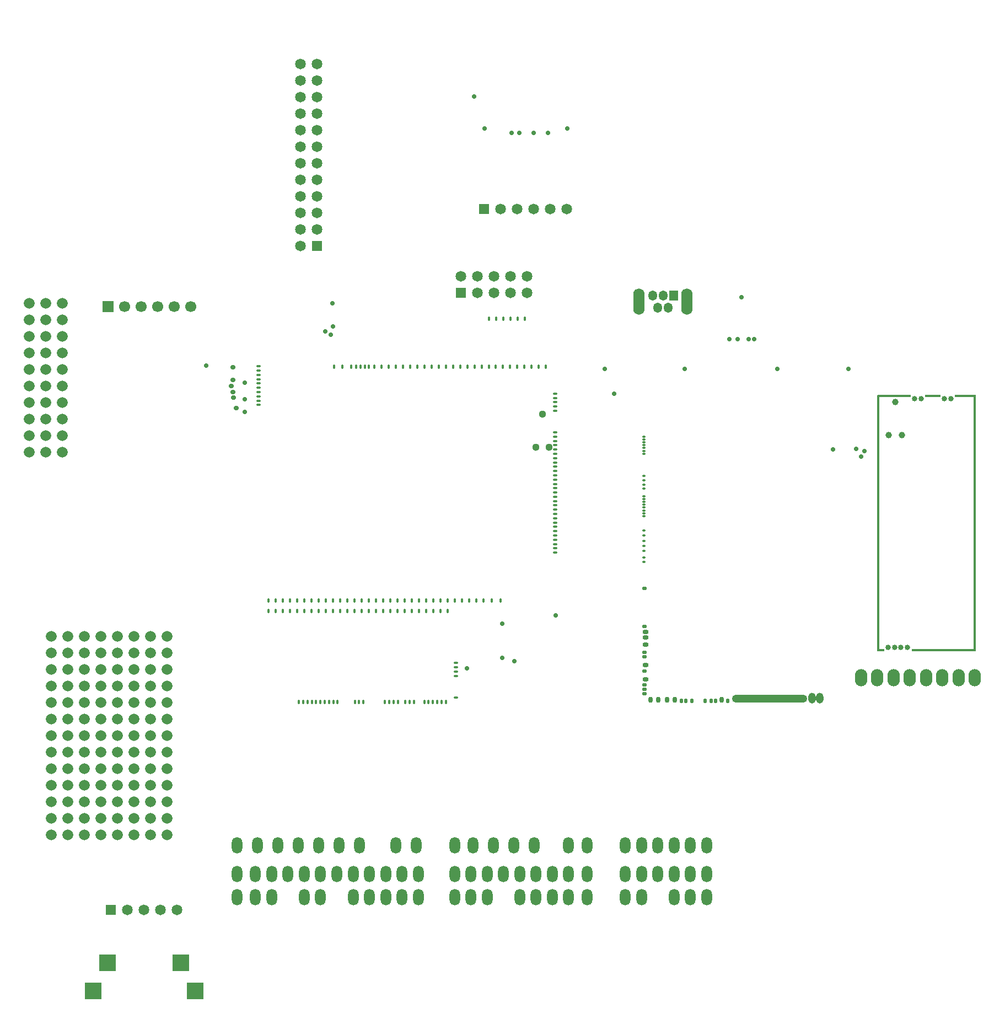
<source format=gbs>
G75*
G70*
%OFA0B0*%
%FSLAX25Y25*%
%IPPOS*%
%LPD*%
%AMOC8*
5,1,8,0,0,1.08239X$1,22.5*
%
%AMM100*
21,1,0.015350,0.009840,0.000000,0.000000,270.000000*
21,1,0.000000,0.025200,0.000000,0.000000,270.000000*
1,1,0.015350,-0.004920,0.000000*
1,1,0.015350,-0.004920,0.000000*
1,1,0.015350,0.004920,0.000000*
1,1,0.015350,0.004920,0.000000*
%
%AMM150*
21,1,0.015350,0.009840,0.000000,0.000000,180.000000*
21,1,0.000000,0.025200,0.000000,0.000000,180.000000*
1,1,0.015350,0.000000,0.004920*
1,1,0.015350,0.000000,0.004920*
1,1,0.015350,0.000000,-0.004920*
1,1,0.015350,0.000000,-0.004920*
%
%AMM69*
21,1,0.015350,0.009840,0.000000,0.000000,90.000000*
21,1,0.000000,0.025200,0.000000,0.000000,90.000000*
1,1,0.015350,0.004920,0.000000*
1,1,0.015350,0.004920,0.000000*
1,1,0.015350,-0.004920,0.000000*
1,1,0.015350,-0.004920,0.000000*
%
%AMM70*
21,1,0.015350,0.009840,0.000000,0.000000,0.000000*
21,1,0.000000,0.025200,0.000000,0.000000,0.000000*
1,1,0.015350,0.000000,-0.004920*
1,1,0.015350,0.000000,-0.004920*
1,1,0.015350,0.000000,0.004920*
1,1,0.015350,0.000000,0.004920*
%
%ADD100C,0.02913*%
%ADD119C,0.04451*%
%ADD139R,0.12756X0.01535*%
%ADD145M70*%
%ADD152R,0.10394X0.10394*%
%ADD160O,0.02913X0.02126*%
%ADD163R,0.04291X0.01535*%
%ADD167R,0.06457X0.06457*%
%ADD173O,0.03701X0.02913*%
%ADD181O,0.06850X0.15906*%
%ADD201O,0.05276X0.06063*%
%ADD208O,0.04488X0.06457*%
%ADD213C,0.00551*%
%ADD222O,0.45433X0.04882*%
%ADD246C,0.03900*%
%ADD247R,0.05276X0.06063*%
%ADD25M100*%
%ADD256R,0.20433X0.01535*%
%ADD281O,0.06457X0.10000*%
%ADD309O,0.07441X0.10394*%
%ADD315O,0.02913X0.03701*%
%ADD329O,0.02126X0.01339*%
%ADD342R,0.09409X0.01535*%
%ADD39M150*%
%ADD45M69*%
%ADD47C,0.06693*%
%ADD56R,0.06693X0.06693*%
%ADD62R,0.01535X1.55079*%
%ADD79C,0.06551*%
%ADD82O,0.02126X0.02913*%
%ADD86C,0.06457*%
%ADD92R,0.38937X0.01535*%
%ADD98C,0.03307*%
X0000000Y0000000D02*
G01*
G75*
D163*
X0531988Y0227756D02*
D03*
D62*
X0588681Y0304528D02*
D03*
X0530610Y0304528D02*
D03*
D342*
X0563484Y0381299D02*
D03*
D139*
X0583071Y0381299D02*
D03*
D256*
X0540059Y0381299D02*
D03*
D208*
X0495282Y0198873D02*
D03*
X0490337Y0198873D02*
D03*
D173*
X0389652Y0238834D02*
D03*
X0389652Y0235389D02*
D03*
X0389652Y0231156D02*
D03*
X0389652Y0218853D02*
D03*
X0389652Y0209896D02*
D03*
D100*
X0520079Y0344587D02*
D03*
X0522146Y0348031D02*
D03*
X0517126Y0349213D02*
D03*
X0503150Y0348917D02*
D03*
X0303219Y0223002D02*
D03*
X0335531Y0248819D02*
D03*
X0310630Y0221063D02*
D03*
X0281693Y0216634D02*
D03*
X0303150Y0243602D02*
D03*
X0286122Y0562225D02*
D03*
X0313583Y0540276D02*
D03*
X0330906Y0540276D02*
D03*
X0322146Y0540276D02*
D03*
X0292323Y0542914D02*
D03*
X0308957Y0540276D02*
D03*
X0342339Y0542949D02*
D03*
X0200374Y0437323D02*
D03*
X0200669Y0423347D02*
D03*
X0199488Y0418327D02*
D03*
X0196043Y0420394D02*
D03*
X0447756Y0441043D02*
D03*
X0445571Y0415748D02*
D03*
X0440551Y0415748D02*
D03*
X0455610Y0415748D02*
D03*
X0452067Y0415748D02*
D03*
X0365302Y0397638D02*
D03*
X0413583Y0397638D02*
D03*
X0370768Y0382677D02*
D03*
X0512402Y0397638D02*
D03*
X0469488Y0397638D02*
D03*
X0140413Y0391142D02*
D03*
X0147638Y0389468D02*
D03*
X0139567Y0387303D02*
D03*
X0140413Y0383858D02*
D03*
X0147638Y0379232D02*
D03*
X0140709Y0380512D02*
D03*
X0142480Y0374114D02*
D03*
X0147638Y0371555D02*
D03*
X0140354Y0398622D02*
D03*
X0124311Y0399803D02*
D03*
D79*
X0017224Y0437500D02*
D03*
X0037224Y0437500D02*
D03*
X0027224Y0437500D02*
D03*
X0027224Y0427500D02*
D03*
X0037224Y0427500D02*
D03*
X0017224Y0427500D02*
D03*
X0037224Y0417500D02*
D03*
X0027224Y0417500D02*
D03*
X0017224Y0417500D02*
D03*
X0017224Y0397500D02*
D03*
X0027224Y0397500D02*
D03*
X0037224Y0397500D02*
D03*
X0017224Y0407500D02*
D03*
X0037224Y0407500D02*
D03*
X0027224Y0407500D02*
D03*
X0017224Y0377500D02*
D03*
X0027224Y0377500D02*
D03*
X0037224Y0377500D02*
D03*
X0017224Y0387500D02*
D03*
X0037224Y0387500D02*
D03*
X0027224Y0387500D02*
D03*
X0017224Y0357500D02*
D03*
X0027224Y0357500D02*
D03*
X0037224Y0357500D02*
D03*
X0017224Y0367500D02*
D03*
X0037224Y0367500D02*
D03*
X0027224Y0367500D02*
D03*
X0017224Y0347500D02*
D03*
X0037224Y0347500D02*
D03*
X0027224Y0347500D02*
D03*
X0040315Y0125945D02*
D03*
X0050315Y0125945D02*
D03*
X0060315Y0125945D02*
D03*
X0070315Y0125945D02*
D03*
X0030315Y0125945D02*
D03*
X0070315Y0115945D02*
D03*
X0060315Y0115945D02*
D03*
X0050315Y0115945D02*
D03*
X0040315Y0115945D02*
D03*
X0030315Y0115945D02*
D03*
X0080315Y0115945D02*
D03*
X0090315Y0115945D02*
D03*
X0100315Y0115945D02*
D03*
X0100315Y0125945D02*
D03*
X0090315Y0125945D02*
D03*
X0080315Y0125945D02*
D03*
X0040315Y0145945D02*
D03*
X0050315Y0145945D02*
D03*
X0060315Y0145945D02*
D03*
X0070315Y0145945D02*
D03*
X0030315Y0145945D02*
D03*
X0070315Y0135945D02*
D03*
X0060315Y0135945D02*
D03*
X0050315Y0135945D02*
D03*
X0040315Y0135945D02*
D03*
X0030315Y0135945D02*
D03*
X0080315Y0135945D02*
D03*
X0090315Y0135945D02*
D03*
X0100315Y0135945D02*
D03*
X0100315Y0145945D02*
D03*
X0090315Y0145945D02*
D03*
X0080315Y0145945D02*
D03*
X0040315Y0165945D02*
D03*
X0050315Y0165945D02*
D03*
X0060315Y0165945D02*
D03*
X0070315Y0165945D02*
D03*
X0030315Y0165945D02*
D03*
X0070315Y0155945D02*
D03*
X0060315Y0155945D02*
D03*
X0050315Y0155945D02*
D03*
X0040315Y0155945D02*
D03*
X0030315Y0155945D02*
D03*
X0080315Y0155945D02*
D03*
X0090315Y0155945D02*
D03*
X0100315Y0155945D02*
D03*
X0100315Y0165945D02*
D03*
X0090315Y0165945D02*
D03*
X0080315Y0165945D02*
D03*
X0040315Y0185945D02*
D03*
X0050315Y0185945D02*
D03*
X0060315Y0185945D02*
D03*
X0070315Y0185945D02*
D03*
X0030315Y0185945D02*
D03*
X0070315Y0175945D02*
D03*
X0060315Y0175945D02*
D03*
X0050315Y0175945D02*
D03*
X0040315Y0175945D02*
D03*
X0030315Y0175945D02*
D03*
X0080315Y0175945D02*
D03*
X0090315Y0175945D02*
D03*
X0100315Y0175945D02*
D03*
X0100315Y0185945D02*
D03*
X0090315Y0185945D02*
D03*
X0080315Y0185945D02*
D03*
X0040315Y0205945D02*
D03*
X0050315Y0205945D02*
D03*
X0060315Y0205945D02*
D03*
X0070315Y0205945D02*
D03*
X0030315Y0205945D02*
D03*
X0070315Y0195945D02*
D03*
X0060315Y0195945D02*
D03*
X0050315Y0195945D02*
D03*
X0040315Y0195945D02*
D03*
X0030315Y0195945D02*
D03*
X0080315Y0195945D02*
D03*
X0090315Y0195945D02*
D03*
X0100315Y0195945D02*
D03*
X0100315Y0205945D02*
D03*
X0090315Y0205945D02*
D03*
X0080315Y0205945D02*
D03*
X0100315Y0235945D02*
D03*
X0090315Y0235945D02*
D03*
X0080315Y0235945D02*
D03*
X0080315Y0225945D02*
D03*
X0090315Y0225945D02*
D03*
X0100315Y0225945D02*
D03*
X0100315Y0215945D02*
D03*
X0090315Y0215945D02*
D03*
X0080315Y0215945D02*
D03*
X0030315Y0215945D02*
D03*
X0040315Y0215945D02*
D03*
X0050315Y0215945D02*
D03*
X0060315Y0215945D02*
D03*
X0070315Y0215945D02*
D03*
X0030315Y0225945D02*
D03*
X0070315Y0225945D02*
D03*
X0060315Y0225945D02*
D03*
X0050315Y0225945D02*
D03*
X0040315Y0225945D02*
D03*
X0040315Y0235945D02*
D03*
X0050315Y0235945D02*
D03*
X0060315Y0235945D02*
D03*
X0070315Y0235945D02*
D03*
X0030315Y0235945D02*
D03*
D181*
X0385881Y0438385D02*
D03*
X0414818Y0438385D02*
D03*
D201*
X0397200Y0434645D02*
D03*
X0403499Y0434645D02*
D03*
X0394050Y0442125D02*
D03*
X0400350Y0442125D02*
D03*
D247*
X0406649Y0442125D02*
D03*
D152*
X0108858Y0038878D02*
D03*
X0064370Y0038878D02*
D03*
X0117323Y0021654D02*
D03*
X0055905Y0021654D02*
D03*
D86*
X0106614Y0070866D02*
D03*
X0096614Y0070866D02*
D03*
X0086614Y0070866D02*
D03*
X0076614Y0070866D02*
D03*
X0342126Y0494488D02*
D03*
X0332126Y0494488D02*
D03*
X0322126Y0494488D02*
D03*
X0312126Y0494488D02*
D03*
X0302126Y0494488D02*
D03*
X0181142Y0582047D02*
D03*
X0191142Y0582047D02*
D03*
X0181142Y0572047D02*
D03*
X0191142Y0572047D02*
D03*
X0181142Y0562047D02*
D03*
X0191142Y0562047D02*
D03*
X0181142Y0552047D02*
D03*
X0191142Y0552047D02*
D03*
X0181142Y0542047D02*
D03*
X0191142Y0542047D02*
D03*
X0181142Y0532047D02*
D03*
X0191142Y0532047D02*
D03*
X0181142Y0522047D02*
D03*
X0191142Y0522047D02*
D03*
X0181142Y0512047D02*
D03*
X0191142Y0512047D02*
D03*
X0181142Y0502047D02*
D03*
X0191142Y0502047D02*
D03*
X0181142Y0492047D02*
D03*
X0191142Y0492047D02*
D03*
X0181142Y0482047D02*
D03*
X0191142Y0482047D02*
D03*
X0181142Y0472047D02*
D03*
D167*
X0066614Y0070866D02*
D03*
X0292126Y0494488D02*
D03*
D309*
X0529823Y0211122D02*
D03*
X0569193Y0211122D02*
D03*
X0588878Y0211122D02*
D03*
X0579035Y0211122D02*
D03*
X0559350Y0211122D02*
D03*
X0549508Y0211122D02*
D03*
X0539665Y0211122D02*
D03*
X0519980Y0211122D02*
D03*
D98*
X0552559Y0379823D02*
D03*
X0556496Y0379823D02*
D03*
X0570472Y0379823D02*
D03*
X0574409Y0379823D02*
D03*
X0548228Y0229232D02*
D03*
X0544291Y0229232D02*
D03*
X0540354Y0229232D02*
D03*
X0536417Y0229232D02*
D03*
D213*
X0460630Y0027559D02*
D03*
X0086614Y0027559D02*
D03*
X0173622Y0056890D02*
D03*
X0397244Y0056890D02*
D03*
X0135256Y0484803D02*
D03*
X0044272Y0484803D02*
D03*
X0019879Y0279921D02*
D03*
X0586614Y0020079D02*
D03*
X0586614Y0605905D02*
D03*
X0019685Y0605905D02*
D03*
X0019685Y0020079D02*
D03*
D281*
X0142913Y0092520D02*
D03*
X0142913Y0078347D02*
D03*
X0153937Y0092520D02*
D03*
X0153937Y0078347D02*
D03*
X0163779Y0092520D02*
D03*
X0163779Y0078347D02*
D03*
X0173622Y0092520D02*
D03*
X0183465Y0092520D02*
D03*
X0183465Y0078347D02*
D03*
X0193307Y0092520D02*
D03*
X0193307Y0078347D02*
D03*
X0203150Y0092520D02*
D03*
X0212992Y0078347D02*
D03*
X0212992Y0092520D02*
D03*
X0222835Y0078347D02*
D03*
X0222835Y0092520D02*
D03*
X0232677Y0078347D02*
D03*
X0232677Y0092520D02*
D03*
X0242520Y0078347D02*
D03*
X0242520Y0092520D02*
D03*
X0238858Y0109843D02*
D03*
X0252362Y0078347D02*
D03*
X0252362Y0092520D02*
D03*
X0251181Y0109843D02*
D03*
X0274409Y0078347D02*
D03*
X0274409Y0092520D02*
D03*
X0274409Y0109843D02*
D03*
X0284252Y0078347D02*
D03*
X0284252Y0092520D02*
D03*
X0285433Y0109843D02*
D03*
X0294094Y0078347D02*
D03*
X0294094Y0092520D02*
D03*
X0303937Y0092520D02*
D03*
X0297756Y0109843D02*
D03*
X0313779Y0078347D02*
D03*
X0313779Y0092520D02*
D03*
X0310079Y0109843D02*
D03*
X0323622Y0078347D02*
D03*
X0323622Y0092520D02*
D03*
X0322402Y0109843D02*
D03*
X0333465Y0078347D02*
D03*
X0333465Y0092520D02*
D03*
X0343307Y0078347D02*
D03*
X0343307Y0092520D02*
D03*
X0343307Y0109843D02*
D03*
X0354331Y0078347D02*
D03*
X0354331Y0092520D02*
D03*
X0354331Y0109843D02*
D03*
X0377559Y0078347D02*
D03*
X0377559Y0092520D02*
D03*
X0377559Y0109843D02*
D03*
X0387402Y0078347D02*
D03*
X0387402Y0092520D02*
D03*
X0387402Y0109843D02*
D03*
X0397244Y0092520D02*
D03*
X0407087Y0078347D02*
D03*
X0407087Y0092520D02*
D03*
X0407087Y0109843D02*
D03*
X0416929Y0078347D02*
D03*
X0416929Y0092520D02*
D03*
X0426772Y0078347D02*
D03*
X0426772Y0092520D02*
D03*
X0416929Y0109843D02*
D03*
X0426772Y0109843D02*
D03*
X0216850Y0109843D02*
D03*
X0204528Y0109843D02*
D03*
X0192205Y0109843D02*
D03*
X0179882Y0109843D02*
D03*
X0167559Y0109843D02*
D03*
X0155236Y0109843D02*
D03*
X0142913Y0109843D02*
D03*
X0397244Y0109843D02*
D03*
D47*
X0114764Y0435433D02*
D03*
X0104764Y0435433D02*
D03*
X0094764Y0435433D02*
D03*
X0084764Y0435433D02*
D03*
X0074764Y0435433D02*
D03*
D56*
X0064764Y0435433D02*
D03*
D167*
X0191142Y0472047D02*
D03*
D92*
X0569980Y0227756D02*
D03*
D45*
X0275000Y0199127D02*
D03*
X0275000Y0219914D02*
D03*
X0275000Y0217316D02*
D03*
X0275000Y0214717D02*
D03*
X0275000Y0212119D02*
D03*
X0155807Y0396693D02*
D03*
X0155807Y0399291D02*
D03*
X0155807Y0375905D02*
D03*
X0155807Y0378504D02*
D03*
X0155807Y0381102D02*
D03*
X0155807Y0383701D02*
D03*
X0155807Y0386299D02*
D03*
X0155807Y0388898D02*
D03*
X0155807Y0391496D02*
D03*
X0155807Y0394094D02*
D03*
X0335047Y0307421D02*
D03*
X0335047Y0310020D02*
D03*
X0335047Y0312618D02*
D03*
X0335047Y0315216D02*
D03*
X0335047Y0317815D02*
D03*
X0335047Y0320413D02*
D03*
X0335047Y0323012D02*
D03*
X0335047Y0325610D02*
D03*
X0335047Y0328209D02*
D03*
X0335047Y0330807D02*
D03*
X0335047Y0333405D02*
D03*
X0335047Y0336004D02*
D03*
X0335047Y0338602D02*
D03*
X0335047Y0341201D02*
D03*
X0335047Y0343799D02*
D03*
X0335047Y0346398D02*
D03*
X0335047Y0348996D02*
D03*
X0335047Y0351594D02*
D03*
X0335047Y0354193D02*
D03*
X0335047Y0356791D02*
D03*
X0335047Y0359390D02*
D03*
X0335047Y0372382D02*
D03*
X0335047Y0382776D02*
D03*
X0335047Y0380177D02*
D03*
X0335047Y0377579D02*
D03*
X0335047Y0374980D02*
D03*
X0335047Y0286634D02*
D03*
X0335047Y0289232D02*
D03*
X0335047Y0291831D02*
D03*
X0335047Y0294429D02*
D03*
X0335047Y0297027D02*
D03*
X0335047Y0299626D02*
D03*
X0335047Y0302224D02*
D03*
X0335047Y0304823D02*
D03*
D145*
X0174724Y0251287D02*
D03*
X0170394Y0251287D02*
D03*
X0166063Y0251287D02*
D03*
X0161732Y0251287D02*
D03*
X0269012Y0196319D02*
D03*
X0266413Y0196319D02*
D03*
X0263815Y0196319D02*
D03*
X0261217Y0196319D02*
D03*
X0258618Y0196319D02*
D03*
X0256020Y0196319D02*
D03*
X0249717Y0196319D02*
D03*
X0247118Y0196319D02*
D03*
X0244520Y0196319D02*
D03*
X0240107Y0196319D02*
D03*
X0237508Y0196319D02*
D03*
X0234910Y0196319D02*
D03*
X0232311Y0196319D02*
D03*
X0219217Y0196319D02*
D03*
X0216618Y0196319D02*
D03*
X0214020Y0196319D02*
D03*
X0203602Y0196319D02*
D03*
X0201004Y0196319D02*
D03*
X0198406Y0196319D02*
D03*
X0195807Y0196319D02*
D03*
X0193209Y0196319D02*
D03*
X0190610Y0196319D02*
D03*
X0188012Y0196319D02*
D03*
X0185413Y0196319D02*
D03*
X0182815Y0196319D02*
D03*
X0180217Y0196319D02*
D03*
X0179055Y0251287D02*
D03*
X0183386Y0251287D02*
D03*
X0187716Y0251287D02*
D03*
X0192047Y0251287D02*
D03*
X0196378Y0251287D02*
D03*
X0200709Y0251287D02*
D03*
X0205039Y0251287D02*
D03*
X0209370Y0251287D02*
D03*
X0213701Y0251287D02*
D03*
X0218031Y0251287D02*
D03*
X0222362Y0251287D02*
D03*
X0226693Y0251287D02*
D03*
X0231024Y0251287D02*
D03*
X0235354Y0251287D02*
D03*
X0239685Y0251287D02*
D03*
X0244016Y0251287D02*
D03*
X0248346Y0251287D02*
D03*
X0252677Y0251287D02*
D03*
X0257008Y0251287D02*
D03*
X0261338Y0251287D02*
D03*
X0265669Y0251287D02*
D03*
X0270000Y0251287D02*
D03*
X0329626Y0399024D02*
D03*
X0161752Y0257571D02*
D03*
X0183406Y0257571D02*
D03*
X0187736Y0257571D02*
D03*
X0312303Y0399024D02*
D03*
X0307972Y0399024D02*
D03*
X0303642Y0399024D02*
D03*
X0299311Y0399024D02*
D03*
X0294980Y0399024D02*
D03*
X0290650Y0399024D02*
D03*
X0286319Y0399024D02*
D03*
X0281988Y0399024D02*
D03*
X0277657Y0399024D02*
D03*
X0273327Y0399024D02*
D03*
X0268996Y0399024D02*
D03*
X0264665Y0399024D02*
D03*
X0260335Y0399024D02*
D03*
X0256004Y0399024D02*
D03*
X0251673Y0399024D02*
D03*
X0247342Y0399024D02*
D03*
X0243012Y0399024D02*
D03*
X0238681Y0399024D02*
D03*
X0234350Y0399024D02*
D03*
X0230020Y0399024D02*
D03*
X0225689Y0399024D02*
D03*
X0222638Y0399024D02*
D03*
X0201398Y0399024D02*
D03*
X0206594Y0399024D02*
D03*
X0211791Y0399024D02*
D03*
X0217402Y0399024D02*
D03*
X0192067Y0257571D02*
D03*
X0196398Y0257571D02*
D03*
X0200729Y0257571D02*
D03*
X0205059Y0257571D02*
D03*
X0209390Y0257571D02*
D03*
X0213721Y0257571D02*
D03*
X0218051Y0257571D02*
D03*
X0222382Y0257571D02*
D03*
X0226713Y0257571D02*
D03*
X0231043Y0257571D02*
D03*
X0235374Y0257571D02*
D03*
X0239705Y0257571D02*
D03*
X0244036Y0257571D02*
D03*
X0248366Y0257571D02*
D03*
X0252697Y0257571D02*
D03*
X0257028Y0257571D02*
D03*
X0261358Y0257571D02*
D03*
X0265689Y0257571D02*
D03*
X0270020Y0257571D02*
D03*
X0274350Y0257571D02*
D03*
X0278681Y0257571D02*
D03*
X0283012Y0257571D02*
D03*
X0302067Y0257571D02*
D03*
X0296870Y0257571D02*
D03*
X0291673Y0257571D02*
D03*
X0287343Y0257571D02*
D03*
X0166083Y0257571D02*
D03*
X0170414Y0257571D02*
D03*
X0174744Y0257571D02*
D03*
X0179075Y0257571D02*
D03*
X0325295Y0399024D02*
D03*
X0320964Y0399024D02*
D03*
X0316634Y0399024D02*
D03*
X0214784Y0399024D02*
D03*
X0220020Y0399024D02*
D03*
X0295079Y0428051D02*
D03*
X0299409Y0428051D02*
D03*
X0303740Y0428051D02*
D03*
X0308071Y0428051D02*
D03*
X0312402Y0428051D02*
D03*
X0316732Y0428051D02*
D03*
D329*
X0388864Y0356845D02*
D03*
X0388864Y0355113D02*
D03*
X0388864Y0353381D02*
D03*
X0388864Y0351648D02*
D03*
X0388864Y0349916D02*
D03*
X0388864Y0348184D02*
D03*
X0388864Y0346452D02*
D03*
X0388864Y0333046D02*
D03*
X0388864Y0330448D02*
D03*
X0388864Y0327849D02*
D03*
X0388864Y0325251D02*
D03*
X0388864Y0320822D02*
D03*
X0388864Y0319089D02*
D03*
X0388864Y0317357D02*
D03*
X0388864Y0315625D02*
D03*
X0388864Y0313893D02*
D03*
X0388864Y0312160D02*
D03*
X0388864Y0310428D02*
D03*
X0388864Y0308696D02*
D03*
X0388864Y0300054D02*
D03*
X0388864Y0296921D02*
D03*
X0388864Y0293771D02*
D03*
X0388864Y0290621D02*
D03*
X0388864Y0281078D02*
D03*
X0388864Y0283676D02*
D03*
X0388864Y0287849D02*
D03*
D160*
X0389278Y0265113D02*
D03*
X0389278Y0242082D02*
D03*
X0389278Y0201256D02*
D03*
X0389278Y0203991D02*
D03*
X0389278Y0206669D02*
D03*
X0389278Y0215035D02*
D03*
X0389278Y0223873D02*
D03*
X0389278Y0226432D02*
D03*
D315*
X0392821Y0197593D02*
D03*
X0397447Y0197593D02*
D03*
X0402762Y0197593D02*
D03*
X0407388Y0197593D02*
D03*
X0435734Y0197593D02*
D03*
D222*
X0464967Y0198381D02*
D03*
D82*
X0439573Y0197200D02*
D03*
X0432310Y0197200D02*
D03*
X0425913Y0197200D02*
D03*
X0411404Y0197200D02*
D03*
X0414200Y0197200D02*
D03*
X0417743Y0197200D02*
D03*
X0429435Y0197200D02*
D03*
X0154331Y0194882D02*
G01*
G75*
D45*
X0275000Y0199127D02*
D03*
X0275000Y0219914D02*
D03*
X0275000Y0217316D02*
D03*
X0275000Y0214717D02*
D03*
X0275000Y0212119D02*
D03*
D145*
X0174725Y0251288D02*
D03*
X0170394Y0251288D02*
D03*
X0166063Y0251288D02*
D03*
X0161733Y0251288D02*
D03*
X0269012Y0196319D02*
D03*
X0266414Y0196319D02*
D03*
X0263815Y0196319D02*
D03*
X0261217Y0196319D02*
D03*
X0258618Y0196319D02*
D03*
X0256020Y0196319D02*
D03*
X0249717Y0196319D02*
D03*
X0247118Y0196319D02*
D03*
X0244520Y0196319D02*
D03*
X0240107Y0196319D02*
D03*
X0237509Y0196319D02*
D03*
X0234910Y0196319D02*
D03*
X0232312Y0196319D02*
D03*
X0219217Y0196319D02*
D03*
X0216618Y0196319D02*
D03*
X0214020Y0196319D02*
D03*
X0203603Y0196319D02*
D03*
X0201004Y0196319D02*
D03*
X0198406Y0196319D02*
D03*
X0195807Y0196319D02*
D03*
X0193209Y0196319D02*
D03*
X0190611Y0196319D02*
D03*
X0188012Y0196319D02*
D03*
X0185414Y0196319D02*
D03*
X0182815Y0196319D02*
D03*
X0180217Y0196319D02*
D03*
X0179055Y0251288D02*
D03*
X0183386Y0251288D02*
D03*
X0187717Y0251288D02*
D03*
X0192047Y0251288D02*
D03*
X0196378Y0251288D02*
D03*
X0200709Y0251288D02*
D03*
X0205040Y0251288D02*
D03*
X0209370Y0251288D02*
D03*
X0213701Y0251288D02*
D03*
X0218032Y0251288D02*
D03*
X0222362Y0251288D02*
D03*
X0226693Y0251288D02*
D03*
X0231024Y0251288D02*
D03*
X0235355Y0251288D02*
D03*
X0239685Y0251288D02*
D03*
X0244016Y0251288D02*
D03*
X0248347Y0251288D02*
D03*
X0252677Y0251288D02*
D03*
X0257008Y0251288D02*
D03*
X0261339Y0251288D02*
D03*
X0265669Y0251288D02*
D03*
X0270000Y0251288D02*
D03*
X0153937Y0255512D02*
G01*
G75*
D119*
X0327362Y0370433D02*
D03*
X0331362Y0350433D02*
D03*
X0323362Y0350433D02*
D03*
D145*
X0220020Y0399024D02*
D03*
X0214784Y0399024D02*
D03*
X0316634Y0399024D02*
D03*
X0320964Y0399024D02*
D03*
X0325295Y0399024D02*
D03*
X0179075Y0257571D02*
D03*
X0174744Y0257571D02*
D03*
X0170414Y0257571D02*
D03*
X0166083Y0257571D02*
D03*
X0287342Y0257571D02*
D03*
X0291673Y0257571D02*
D03*
X0296870Y0257571D02*
D03*
X0302067Y0257571D02*
D03*
X0283012Y0257571D02*
D03*
X0278681Y0257571D02*
D03*
X0274350Y0257571D02*
D03*
X0270020Y0257571D02*
D03*
X0265689Y0257571D02*
D03*
X0261358Y0257571D02*
D03*
X0257028Y0257571D02*
D03*
X0252697Y0257571D02*
D03*
X0248366Y0257571D02*
D03*
X0244036Y0257571D02*
D03*
X0239705Y0257571D02*
D03*
X0235374Y0257571D02*
D03*
X0231043Y0257571D02*
D03*
X0226713Y0257571D02*
D03*
X0222382Y0257571D02*
D03*
X0218051Y0257571D02*
D03*
X0213721Y0257571D02*
D03*
X0209390Y0257571D02*
D03*
X0205059Y0257571D02*
D03*
X0200728Y0257571D02*
D03*
X0196398Y0257571D02*
D03*
X0192067Y0257571D02*
D03*
X0217402Y0399024D02*
D03*
X0211791Y0399024D02*
D03*
X0206595Y0399024D02*
D03*
X0201398Y0399024D02*
D03*
X0222638Y0399024D02*
D03*
X0225689Y0399024D02*
D03*
X0230020Y0399024D02*
D03*
X0234350Y0399024D02*
D03*
X0238681Y0399024D02*
D03*
X0243012Y0399024D02*
D03*
X0247342Y0399024D02*
D03*
X0251673Y0399024D02*
D03*
X0256004Y0399024D02*
D03*
X0260335Y0399024D02*
D03*
X0264665Y0399024D02*
D03*
X0268996Y0399024D02*
D03*
X0273327Y0399024D02*
D03*
X0277657Y0399024D02*
D03*
X0281988Y0399024D02*
D03*
X0286319Y0399024D02*
D03*
X0290650Y0399024D02*
D03*
X0294980Y0399024D02*
D03*
X0299311Y0399024D02*
D03*
X0303642Y0399024D02*
D03*
X0307972Y0399024D02*
D03*
X0312303Y0399024D02*
D03*
X0187736Y0257571D02*
D03*
X0183406Y0257571D02*
D03*
X0161752Y0257571D02*
D03*
X0329626Y0399024D02*
D03*
D25*
X0335047Y0304823D02*
D03*
X0335047Y0302225D02*
D03*
X0335047Y0299626D02*
D03*
X0335047Y0297028D02*
D03*
X0335047Y0294429D02*
D03*
X0335047Y0291831D02*
D03*
X0335047Y0289232D02*
D03*
X0335047Y0286634D02*
D03*
X0335047Y0374980D02*
D03*
X0335047Y0377579D02*
D03*
X0335047Y0380177D02*
D03*
X0335047Y0382776D02*
D03*
X0335047Y0372382D02*
D03*
X0335047Y0359390D02*
D03*
X0335047Y0356791D02*
D03*
X0335047Y0354193D02*
D03*
X0335047Y0351595D02*
D03*
X0335047Y0348996D02*
D03*
X0335047Y0346398D02*
D03*
X0335047Y0343799D02*
D03*
X0335047Y0341201D02*
D03*
X0335047Y0338603D02*
D03*
X0335047Y0336004D02*
D03*
X0335047Y0333406D02*
D03*
X0335047Y0330807D02*
D03*
X0335047Y0328209D02*
D03*
X0335047Y0325610D02*
D03*
X0335047Y0323012D02*
D03*
X0335047Y0320414D02*
D03*
X0335047Y0317815D02*
D03*
X0335047Y0315217D02*
D03*
X0335047Y0312618D02*
D03*
X0335047Y0310020D02*
D03*
X0335047Y0307421D02*
D03*
X0155807Y0394095D02*
D03*
X0155807Y0391496D02*
D03*
X0155807Y0388898D02*
D03*
X0155807Y0386299D02*
D03*
X0155807Y0383701D02*
D03*
X0155807Y0381103D02*
D03*
X0155807Y0378504D02*
D03*
X0155807Y0375906D02*
D03*
X0155807Y0399292D02*
D03*
X0155807Y0396693D02*
D03*
X0362795Y0370472D02*
G01*
G75*
D100*
X0469488Y0397637D02*
D03*
X0512401Y0397637D02*
D03*
X0370767Y0382677D02*
D03*
X0413582Y0397637D02*
D03*
X0365302Y0397637D02*
D03*
X0272638Y0508780D02*
G01*
G75*
D100*
X0286122Y0562225D02*
D03*
X0313583Y0540276D02*
D03*
X0330906Y0540276D02*
D03*
X0322146Y0540276D02*
D03*
X0292323Y0542914D02*
D03*
X0308957Y0540276D02*
D03*
X0342339Y0542950D02*
D03*
X0278248Y0188976D02*
G01*
G75*
D100*
X0303219Y0223002D02*
D03*
X0335532Y0248818D02*
D03*
X0310630Y0221063D02*
D03*
X0281693Y0216633D02*
D03*
X0303150Y0243602D02*
D03*
X0151280Y0166929D02*
G01*
G75*
X0387795Y0195669D02*
G01*
G75*
D208*
X0495281Y0198873D02*
D03*
X0490337Y0198873D02*
D03*
D173*
X0389651Y0238833D02*
D03*
X0389651Y0235388D02*
D03*
X0389651Y0231156D02*
D03*
X0389651Y0218853D02*
D03*
X0389651Y0209896D02*
D03*
D329*
X0388864Y0356845D02*
D03*
X0388864Y0355113D02*
D03*
X0388864Y0353381D02*
D03*
X0388864Y0351648D02*
D03*
X0388864Y0349916D02*
D03*
X0388864Y0348184D02*
D03*
X0388864Y0346451D02*
D03*
X0388864Y0333046D02*
D03*
X0388864Y0330447D02*
D03*
X0388864Y0327849D02*
D03*
X0388864Y0325250D02*
D03*
X0388864Y0320821D02*
D03*
X0388864Y0319089D02*
D03*
X0388864Y0317357D02*
D03*
X0388864Y0315625D02*
D03*
X0388864Y0313892D02*
D03*
X0388864Y0312160D02*
D03*
X0388864Y0310428D02*
D03*
X0388864Y0308695D02*
D03*
X0388864Y0300054D02*
D03*
X0388864Y0296920D02*
D03*
X0388864Y0293771D02*
D03*
X0388864Y0290621D02*
D03*
X0388864Y0281077D02*
D03*
X0388864Y0283676D02*
D03*
X0388864Y0287849D02*
D03*
D160*
X0389278Y0265113D02*
D03*
X0389278Y0242081D02*
D03*
X0389278Y0201255D02*
D03*
X0389278Y0203991D02*
D03*
X0389278Y0206669D02*
D03*
X0389278Y0215035D02*
D03*
X0389278Y0223873D02*
D03*
X0389278Y0226432D02*
D03*
D315*
X0392821Y0197593D02*
D03*
X0397447Y0197593D02*
D03*
X0402762Y0197593D02*
D03*
X0407388Y0197593D02*
D03*
X0435734Y0197593D02*
D03*
D222*
X0464966Y0198381D02*
D03*
D82*
X0439573Y0197199D02*
D03*
X0432310Y0197199D02*
D03*
X0425912Y0197199D02*
D03*
X0411403Y0197199D02*
D03*
X0414200Y0197199D02*
D03*
X0417743Y0197199D02*
D03*
X0429435Y0197199D02*
D03*
X0117717Y0350295D02*
G01*
G75*
D100*
X0124016Y0399803D02*
D03*
X0140060Y0398622D02*
D03*
X0147343Y0371555D02*
D03*
X0142186Y0374114D02*
D03*
X0140414Y0380512D02*
D03*
X0147343Y0379232D02*
D03*
X0140119Y0383858D02*
D03*
X0139272Y0387303D02*
D03*
X0147343Y0389468D02*
D03*
X0140119Y0391141D02*
D03*
X0437106Y0403150D02*
G01*
G75*
D100*
X0452067Y0415748D02*
D03*
X0455610Y0415748D02*
D03*
X0440551Y0415748D02*
D03*
X0445571Y0415748D02*
D03*
X0447756Y0441044D02*
D03*
X0169173Y0412913D02*
G01*
G75*
D100*
X0200374Y0437322D02*
D03*
X0200669Y0423346D02*
D03*
X0199488Y0418326D02*
D03*
X0196043Y0420393D02*
D03*
X0527559Y0317717D02*
G01*
G75*
D100*
X0503150Y0348918D02*
D03*
X0517126Y0349213D02*
D03*
X0522146Y0348032D02*
D03*
X0520079Y0344587D02*
D03*
X0270571Y0426476D02*
G01*
G75*
D86*
X0318228Y0453819D02*
D03*
X0318228Y0443819D02*
D03*
X0308228Y0453819D02*
D03*
X0308228Y0443819D02*
D03*
X0298228Y0453819D02*
D03*
X0298228Y0443819D02*
D03*
X0288228Y0453819D02*
D03*
X0288228Y0443819D02*
D03*
X0278228Y0453819D02*
D03*
D167*
X0278228Y0443819D02*
D03*
D39*
X0316732Y0428051D02*
D03*
X0312402Y0428051D02*
D03*
X0308071Y0428051D02*
D03*
X0303740Y0428051D02*
D03*
X0299410Y0428051D02*
D03*
X0295079Y0428051D02*
D03*
X0529921Y0381988D02*
%LPD*%
G01*
D246*
X0540748Y0377815D03*
X0536748Y0357815D03*
X0544748Y0357815D03*
M02*

</source>
